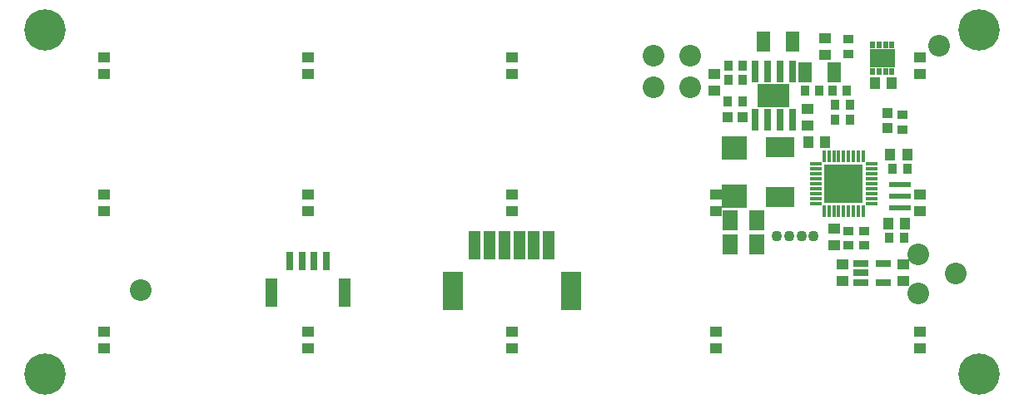
<source format=gts>
G04*
G04 #@! TF.GenerationSoftware,Altium Limited,Altium Designer,21.6.1 (37)*
G04*
G04 Layer_Color=8388736*
%FSLAX44Y44*%
%MOMM*%
G71*
G04*
G04 #@! TF.SameCoordinates,0813FF6F-B006-406F-97BA-69BB68F56CCD*
G04*
G04*
G04 #@! TF.FilePolarity,Negative*
G04*
G01*
G75*
%ADD41C,2.2032*%
%ADD42R,1.2032X2.9032*%
%ADD43R,0.8032X1.9032*%
%ADD44R,2.0032X4.0032*%
%ADD45R,1.2032X2.9032*%
%ADD46R,1.2032X1.0032*%
%ADD47R,1.1032X0.9032*%
%ADD48R,1.0032X1.2032*%
%ADD49R,2.6532X1.8532*%
%ADD50R,0.5032X0.7282*%
%ADD51R,1.3532X2.0232*%
%ADD52R,1.5240X0.7620*%
%ADD53R,0.9032X1.1032*%
%ADD54R,1.2832X0.4632*%
%ADD55R,0.4632X1.2832*%
%ADD56R,3.9032X3.9032*%
%ADD57R,2.2032X0.6032*%
%ADD58R,1.0032X1.0032*%
%ADD59R,1.5832X2.0232*%
%ADD60R,2.9972X2.1082*%
%ADD61R,2.5032X2.4032*%
%ADD62R,3.2032X2.3332*%
%ADD63R,0.8032X2.1732*%
%ADD64R,1.0932X1.1332*%
%ADD65C,1.1032*%
%ADD66C,4.2032*%
D41*
X644000Y349000D02*
D03*
X681000Y317000D02*
D03*
X644000D02*
D03*
X913000Y147000D02*
D03*
X681000Y349000D02*
D03*
X951000Y127000D02*
D03*
X913000Y107000D02*
D03*
X122000Y110000D02*
D03*
X934000Y359000D02*
D03*
D42*
X255250Y107941D02*
D03*
X329750D02*
D03*
D43*
X286250Y139941D02*
D03*
X273750D02*
D03*
X298750D02*
D03*
X311250D02*
D03*
D44*
X559691Y109000D02*
D03*
X439691D02*
D03*
D45*
X537191Y156000D02*
D03*
X522191D02*
D03*
X507191D02*
D03*
X492191D02*
D03*
X477191D02*
D03*
X462191D02*
D03*
D46*
X707500Y207617D02*
D03*
Y190618D02*
D03*
X915000Y207617D02*
D03*
Y190618D02*
D03*
X85000Y50617D02*
D03*
Y67618D02*
D03*
X292500Y50617D02*
D03*
Y67618D02*
D03*
X915000Y50617D02*
D03*
Y67618D02*
D03*
X707500Y50617D02*
D03*
Y67618D02*
D03*
X500000Y50617D02*
D03*
Y67618D02*
D03*
X818000Y366500D02*
D03*
Y349500D02*
D03*
X85000Y330617D02*
D03*
Y347617D02*
D03*
X706000Y330500D02*
D03*
Y313500D02*
D03*
X915000Y330617D02*
D03*
Y347617D02*
D03*
X500000Y330617D02*
D03*
Y347617D02*
D03*
X292500Y330617D02*
D03*
Y347617D02*
D03*
X500000Y190618D02*
D03*
Y207617D02*
D03*
X85000Y190618D02*
D03*
Y207617D02*
D03*
X292500Y190618D02*
D03*
Y207617D02*
D03*
X898121Y136095D02*
D03*
Y119095D02*
D03*
X827121Y156095D02*
D03*
Y173095D02*
D03*
X800121Y278095D02*
D03*
Y295095D02*
D03*
X835591Y119095D02*
D03*
Y136095D02*
D03*
D47*
X842000Y170595D02*
D03*
Y155595D02*
D03*
X842000Y365500D02*
D03*
Y350500D02*
D03*
X857920Y155595D02*
D03*
Y170595D02*
D03*
X897121Y273595D02*
D03*
Y288595D02*
D03*
D48*
X885621Y320595D02*
D03*
X868621D02*
D03*
X882621Y177595D02*
D03*
X899621D02*
D03*
X801621Y260595D02*
D03*
X818621D02*
D03*
X884621Y248595D02*
D03*
X901621D02*
D03*
D49*
X876371Y346220D02*
D03*
D50*
X886121Y332595D02*
D03*
X879621D02*
D03*
X873121D02*
D03*
X866621D02*
D03*
X886121Y359845D02*
D03*
X866621D02*
D03*
X879621D02*
D03*
X873121D02*
D03*
D51*
X798150Y332000D02*
D03*
X827850D02*
D03*
X784850Y363000D02*
D03*
X755150D02*
D03*
D52*
X854437Y136994D02*
D03*
Y127596D02*
D03*
Y118198D02*
D03*
X877805D02*
D03*
Y136994D02*
D03*
D53*
X898621Y163595D02*
D03*
X883621D02*
D03*
X840621Y313595D02*
D03*
X825621D02*
D03*
X812621D02*
D03*
X797621D02*
D03*
X901621Y233595D02*
D03*
X886621D02*
D03*
X828621Y283595D02*
D03*
X843621D02*
D03*
X843621Y298595D02*
D03*
X828621D02*
D03*
X719621Y324095D02*
D03*
X734621D02*
D03*
X719621Y339095D02*
D03*
X734621D02*
D03*
X734500Y302000D02*
D03*
X719500D02*
D03*
D54*
X865271Y198595D02*
D03*
Y203595D02*
D03*
Y208595D02*
D03*
Y213595D02*
D03*
Y218595D02*
D03*
Y223595D02*
D03*
Y228595D02*
D03*
Y233595D02*
D03*
Y238595D02*
D03*
X808971D02*
D03*
Y233595D02*
D03*
Y228595D02*
D03*
Y223595D02*
D03*
Y218595D02*
D03*
Y213595D02*
D03*
Y208595D02*
D03*
Y203595D02*
D03*
Y198595D02*
D03*
D55*
X852121Y246745D02*
D03*
X847121D02*
D03*
X842121D02*
D03*
X837121D02*
D03*
X832121D02*
D03*
X827121D02*
D03*
X822121D02*
D03*
X817121D02*
D03*
Y190445D02*
D03*
X822121D02*
D03*
X827121D02*
D03*
X832121D02*
D03*
X837121D02*
D03*
X842121D02*
D03*
X847121D02*
D03*
X852121D02*
D03*
X857121Y246745D02*
D03*
Y190445D02*
D03*
D56*
X837121Y218595D02*
D03*
D57*
X894121Y217595D02*
D03*
Y205595D02*
D03*
Y193595D02*
D03*
D58*
X881871Y275095D02*
D03*
Y290095D02*
D03*
D59*
X748811Y156595D02*
D03*
X721431D02*
D03*
X748811Y181595D02*
D03*
X721431D02*
D03*
D60*
X772121Y205195D02*
D03*
Y255995D02*
D03*
D61*
X726121Y206095D02*
D03*
Y255095D02*
D03*
D62*
X766121Y308095D02*
D03*
D63*
X785171Y283345D02*
D03*
X772471D02*
D03*
X759771D02*
D03*
X747071D02*
D03*
Y332845D02*
D03*
X759771D02*
D03*
X772471D02*
D03*
X785171D02*
D03*
D64*
X734700Y286000D02*
D03*
X719300D02*
D03*
D65*
X769121Y165595D02*
D03*
X781621D02*
D03*
X794121D02*
D03*
X806621D02*
D03*
D66*
X25000Y25000D02*
D03*
Y375000D02*
D03*
X975000Y25000D02*
D03*
Y375000D02*
D03*
M02*

</source>
